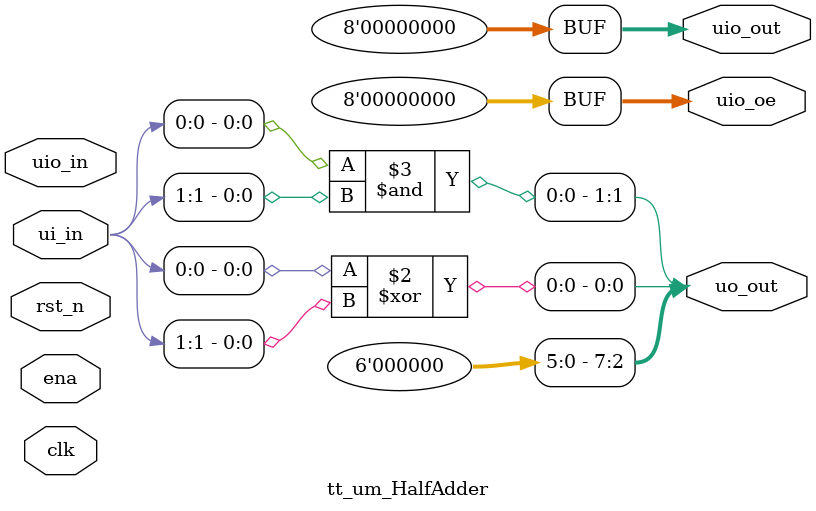
<source format=v>
/*
 * Copyright (c) 2024 Your Name
 * SPDX-License-Identifier: Apache-2.0
 */

`define default_netname none

module tt_um_HalfAdder (
    input  wire [7:0] ui_in,    // Dedicated inputs
    output wire [7:0] uo_out,   // Dedicated outputs
    input  wire [7:0] uio_in,   // IOs: Input path
    output wire [7:0] uio_out,  // IOs: Output path
    output wire [7:0] uio_oe,   // IOs: Enable path (active high: 0=input, 1=output)
    input  wire       ena,      // will go high when the design is enabled
    input  wire       clk,      // clock
    input  wire       rst_n     // reset_n - low to reset
);

  // All output pins must be assigned. If not used, assign to 0.
 // assign uo_out  = ui_in + uio_in;  // Example: ou_out is the sum of ui_in and uio_in
    //assign ui_in[7:2]=6'b000000;
    assign uo_out[7:2]=6'b000000;
    //assign uio_in =0;
  assign uio_out = 0;
  assign uio_oe  = 0;
    assign uo_out[0] = ui_in[0]^| ui_in[1];//assigning sum
    assign uo_out[1] = ui_in[0] & ui_in[1];//assigning carry
    
endmodule

</source>
